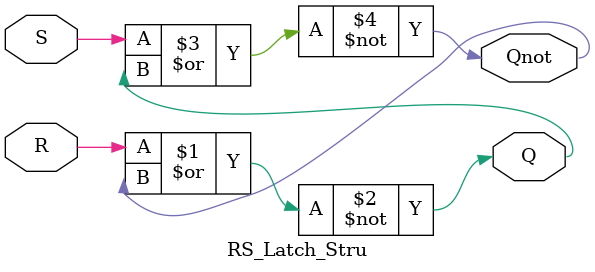
<source format=v>
module RS_Latch_Stru (
	input R,
	input S,
	output Q,
	output Qnot
);

	// NOR RS Latch
	nor U1(Q, R, Qnot);
	nor U2(Qnot, S, Q);

endmodule

</source>
